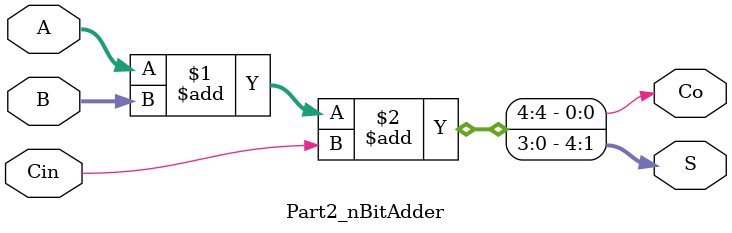
<source format=sv>
module Part2_nBitAdder #(parameter n=4) (input [n:1] A,B, input Cin , output [n:1] S , output Co);
	assign #40 {Co,S} = A + B + Cin;
endmodule


</source>
